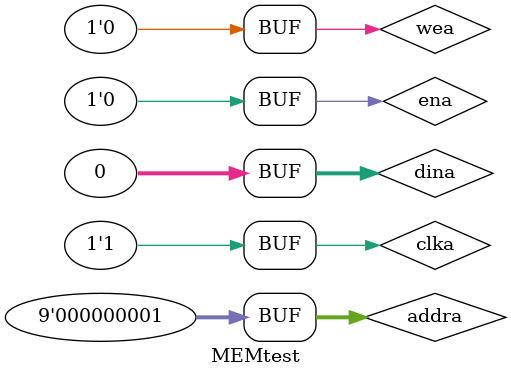
<source format=v>
`timescale 1ns / 1ps


module MEMtest;

	// Inputs
	reg clka;
	reg ena;
	reg [0:0] wea;
	reg [8:0] addra;
	reg [31:0] dina;

	// Outputs
	wire [31:0] douta;

	// Instantiate the Unit Under Test (UUT)
	I_MEM uut (
		.clka(addra),  
		.wea(wea), 
		.addra(addra), 
		.dina(dina), 
		.douta(douta)
	);

	initial begin
		// Initialize Inputs
		clka = 0;
		ena = 0;
		wea = 0;
		addra = 0;
		dina = 0;

		// Wait 100 ns for global reset to finish
		#100;
        
		// Add stimulus here
		clka <= 1;
		#10;
		addra <= 1;
		#10;
		clka <= 0;
		#10;
		clka <= 1;
		#10;
	end
      
endmodule


</source>
